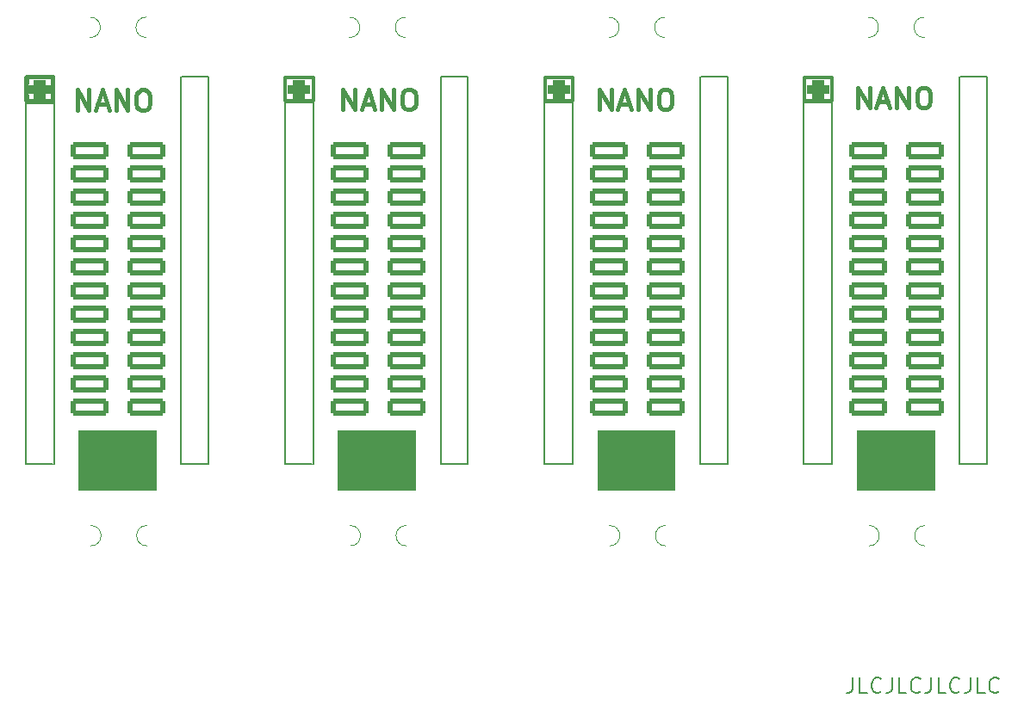
<source format=gto>
G04 #@! TF.GenerationSoftware,KiCad,Pcbnew,6.0.1-79c1e3a40b~116~ubuntu20.04.1*
G04 #@! TF.CreationDate,2022-01-18T16:27:04+01:00*
G04 #@! TF.ProjectId,4xArduino_GPIB_Adapter,34784172-6475-4696-9e6f-5f475049425f,rev?*
G04 #@! TF.SameCoordinates,Original*
G04 #@! TF.FileFunction,Legend,Top*
G04 #@! TF.FilePolarity,Positive*
%FSLAX46Y46*%
G04 Gerber Fmt 4.6, Leading zero omitted, Abs format (unit mm)*
G04 Created by KiCad (PCBNEW 6.0.1-79c1e3a40b~116~ubuntu20.04.1) date 2022-01-18 16:27:04*
%MOMM*%
%LPD*%
G01*
G04 APERTURE LIST*
G04 Aperture macros list*
%AMRoundRect*
0 Rectangle with rounded corners*
0 $1 Rounding radius*
0 $2 $3 $4 $5 $6 $7 $8 $9 X,Y pos of 4 corners*
0 Add a 4 corners polygon primitive as box body*
4,1,4,$2,$3,$4,$5,$6,$7,$8,$9,$2,$3,0*
0 Add four circle primitives for the rounded corners*
1,1,$1+$1,$2,$3*
1,1,$1+$1,$4,$5*
1,1,$1+$1,$6,$7*
1,1,$1+$1,$8,$9*
0 Add four rect primitives between the rounded corners*
20,1,$1+$1,$2,$3,$4,$5,0*
20,1,$1+$1,$4,$5,$6,$7,0*
20,1,$1+$1,$6,$7,$8,$9,0*
20,1,$1+$1,$8,$9,$2,$3,0*%
G04 Aperture macros list end*
%ADD10C,0.400000*%
%ADD11C,0.200000*%
%ADD12C,0.120000*%
%ADD13C,0.300000*%
%ADD14C,0.100000*%
%ADD15RoundRect,0.476000X-0.625000X-0.425000X0.625000X-0.425000X0.625000X0.425000X-0.625000X0.425000X0*%
%ADD16O,2.202000X1.802000*%
%ADD17RoundRect,0.251000X-1.600000X0.600000X-1.600000X-0.600000X1.600000X-0.600000X1.600000X0.600000X0*%
%ADD18C,0.602000*%
G04 APERTURE END LIST*
D10*
X98175001Y-75565001D02*
X100700000Y-75565001D01*
X100700000Y-75565001D02*
X100700000Y-78020000D01*
X100700000Y-78020000D02*
X98175001Y-78020000D01*
X98175001Y-78020000D02*
X98175001Y-75565001D01*
X103126190Y-78854761D02*
X103126190Y-76854761D01*
X104269047Y-78854761D01*
X104269047Y-76854761D01*
X105126190Y-78283333D02*
X106078571Y-78283333D01*
X104935714Y-78854761D02*
X105602380Y-76854761D01*
X106269047Y-78854761D01*
X106935714Y-78854761D02*
X106935714Y-76854761D01*
X108078571Y-78854761D01*
X108078571Y-76854761D01*
X109411904Y-76854761D02*
X109792857Y-76854761D01*
X109983333Y-76950000D01*
X110173809Y-77140476D01*
X110269047Y-77521428D01*
X110269047Y-78188095D01*
X110173809Y-78569047D01*
X109983333Y-78759523D01*
X109792857Y-78854761D01*
X109411904Y-78854761D01*
X109221428Y-78759523D01*
X109030952Y-78569047D01*
X108935714Y-78188095D01*
X108935714Y-77521428D01*
X109030952Y-77140476D01*
X109221428Y-76950000D01*
X109411904Y-76854761D01*
D11*
X179371428Y-134678571D02*
X179371428Y-135750000D01*
X179300000Y-135964285D01*
X179157142Y-136107142D01*
X178942857Y-136178571D01*
X178800000Y-136178571D01*
X180800000Y-136178571D02*
X180085714Y-136178571D01*
X180085714Y-134678571D01*
X182157142Y-136035714D02*
X182085714Y-136107142D01*
X181871428Y-136178571D01*
X181728571Y-136178571D01*
X181514285Y-136107142D01*
X181371428Y-135964285D01*
X181300000Y-135821428D01*
X181228571Y-135535714D01*
X181228571Y-135321428D01*
X181300000Y-135035714D01*
X181371428Y-134892857D01*
X181514285Y-134750000D01*
X181728571Y-134678571D01*
X181871428Y-134678571D01*
X182085714Y-134750000D01*
X182157142Y-134821428D01*
X183228571Y-134678571D02*
X183228571Y-135750000D01*
X183157142Y-135964285D01*
X183014285Y-136107142D01*
X182800000Y-136178571D01*
X182657142Y-136178571D01*
X184657142Y-136178571D02*
X183942857Y-136178571D01*
X183942857Y-134678571D01*
X186014285Y-136035714D02*
X185942857Y-136107142D01*
X185728571Y-136178571D01*
X185585714Y-136178571D01*
X185371428Y-136107142D01*
X185228571Y-135964285D01*
X185157142Y-135821428D01*
X185085714Y-135535714D01*
X185085714Y-135321428D01*
X185157142Y-135035714D01*
X185228571Y-134892857D01*
X185371428Y-134750000D01*
X185585714Y-134678571D01*
X185728571Y-134678571D01*
X185942857Y-134750000D01*
X186014285Y-134821428D01*
X187085714Y-134678571D02*
X187085714Y-135750000D01*
X187014285Y-135964285D01*
X186871428Y-136107142D01*
X186657142Y-136178571D01*
X186514285Y-136178571D01*
X188514285Y-136178571D02*
X187800000Y-136178571D01*
X187800000Y-134678571D01*
X189871428Y-136035714D02*
X189800000Y-136107142D01*
X189585714Y-136178571D01*
X189442857Y-136178571D01*
X189228571Y-136107142D01*
X189085714Y-135964285D01*
X189014285Y-135821428D01*
X188942857Y-135535714D01*
X188942857Y-135321428D01*
X189014285Y-135035714D01*
X189085714Y-134892857D01*
X189228571Y-134750000D01*
X189442857Y-134678571D01*
X189585714Y-134678571D01*
X189800000Y-134750000D01*
X189871428Y-134821428D01*
X190942857Y-134678571D02*
X190942857Y-135750000D01*
X190871428Y-135964285D01*
X190728571Y-136107142D01*
X190514285Y-136178571D01*
X190371428Y-136178571D01*
X192371428Y-136178571D02*
X191657142Y-136178571D01*
X191657142Y-134678571D01*
X193728571Y-136035714D02*
X193657142Y-136107142D01*
X193442857Y-136178571D01*
X193300000Y-136178571D01*
X193085714Y-136107142D01*
X192942857Y-135964285D01*
X192871428Y-135821428D01*
X192800000Y-135535714D01*
X192800000Y-135321428D01*
X192871428Y-135035714D01*
X192942857Y-134892857D01*
X193085714Y-134750000D01*
X193300000Y-134678571D01*
X193442857Y-134678571D01*
X193657142Y-134750000D01*
X193728571Y-134821428D01*
D10*
X179876190Y-78604761D02*
X179876190Y-76604761D01*
X181019047Y-78604761D01*
X181019047Y-76604761D01*
X181876190Y-78033333D02*
X182828571Y-78033333D01*
X181685714Y-78604761D02*
X182352380Y-76604761D01*
X183019047Y-78604761D01*
X183685714Y-78604761D02*
X183685714Y-76604761D01*
X184828571Y-78604761D01*
X184828571Y-76604761D01*
X186161904Y-76604761D02*
X186542857Y-76604761D01*
X186733333Y-76700000D01*
X186923809Y-76890476D01*
X187019047Y-77271428D01*
X187019047Y-77938095D01*
X186923809Y-78319047D01*
X186733333Y-78509523D01*
X186542857Y-78604761D01*
X186161904Y-78604761D01*
X185971428Y-78509523D01*
X185780952Y-78319047D01*
X185685714Y-77938095D01*
X185685714Y-77271428D01*
X185780952Y-76890476D01*
X185971428Y-76700000D01*
X186161904Y-76604761D01*
X129276190Y-78804761D02*
X129276190Y-76804761D01*
X130419047Y-78804761D01*
X130419047Y-76804761D01*
X131276190Y-78233333D02*
X132228571Y-78233333D01*
X131085714Y-78804761D02*
X131752380Y-76804761D01*
X132419047Y-78804761D01*
X133085714Y-78804761D02*
X133085714Y-76804761D01*
X134228571Y-78804761D01*
X134228571Y-76804761D01*
X135561904Y-76804761D02*
X135942857Y-76804761D01*
X136133333Y-76900000D01*
X136323809Y-77090476D01*
X136419047Y-77471428D01*
X136419047Y-78138095D01*
X136323809Y-78519047D01*
X136133333Y-78709523D01*
X135942857Y-78804761D01*
X135561904Y-78804761D01*
X135371428Y-78709523D01*
X135180952Y-78519047D01*
X135085714Y-78138095D01*
X135085714Y-77471428D01*
X135180952Y-77090476D01*
X135371428Y-76900000D01*
X135561904Y-76804761D01*
X154476190Y-78804761D02*
X154476190Y-76804761D01*
X155619047Y-78804761D01*
X155619047Y-76804761D01*
X156476190Y-78233333D02*
X157428571Y-78233333D01*
X156285714Y-78804761D02*
X156952380Y-76804761D01*
X157619047Y-78804761D01*
X158285714Y-78804761D02*
X158285714Y-76804761D01*
X159428571Y-78804761D01*
X159428571Y-76804761D01*
X160761904Y-76804761D02*
X161142857Y-76804761D01*
X161333333Y-76900000D01*
X161523809Y-77090476D01*
X161619047Y-77471428D01*
X161619047Y-78138095D01*
X161523809Y-78519047D01*
X161333333Y-78709523D01*
X161142857Y-78804761D01*
X160761904Y-78804761D01*
X160571428Y-78709523D01*
X160380952Y-78519047D01*
X160285714Y-78138095D01*
X160285714Y-77471428D01*
X160380952Y-77090476D01*
X160571428Y-76900000D01*
X160761904Y-76804761D01*
D12*
X100725001Y-78055001D02*
X98055001Y-78055001D01*
D11*
X100855001Y-78055001D02*
X100855001Y-113615001D01*
X113355001Y-75515001D02*
X113355001Y-113615001D01*
X113425001Y-75515001D02*
X116055001Y-75515001D01*
X100725001Y-113615001D02*
X98045001Y-113615001D01*
X113425001Y-113615001D02*
X116055001Y-113615001D01*
X116055001Y-75515001D02*
X116055001Y-113615001D01*
X98055001Y-77945001D02*
X98045001Y-113615001D01*
D12*
X103265001Y-110375001D02*
X110875001Y-110375001D01*
X110875001Y-110375001D02*
X110875001Y-116185001D01*
X110875001Y-116185001D02*
X103265001Y-116185001D01*
X103265001Y-116185001D02*
X103265001Y-110375001D01*
G36*
X103265001Y-110375001D02*
G01*
X110875001Y-110375001D01*
X110875001Y-116185001D01*
X103265001Y-116185001D01*
X103265001Y-110375001D01*
G37*
D13*
X98105001Y-75625001D02*
X100835001Y-75625001D01*
X100835001Y-75625001D02*
X100835001Y-77945001D01*
X100835001Y-77945001D02*
X98105001Y-77945001D01*
X98105001Y-77945001D02*
X98105001Y-75625001D01*
D14*
X155410000Y-71700000D02*
G75*
G03*
X155410000Y-69700000I0J1000000D01*
G01*
X160910000Y-69700000D02*
G75*
G03*
X160910000Y-71700000I0J-1000000D01*
G01*
X186410000Y-69700000D02*
G75*
G03*
X186410000Y-71700000I0J-1000000D01*
G01*
X180910000Y-71700000D02*
G75*
G03*
X180910000Y-69700000I0J1000000D01*
G01*
D12*
X151725001Y-78055001D02*
X149055001Y-78055001D01*
D11*
X149055001Y-77945001D02*
X149045001Y-113615001D01*
X151725001Y-113615001D02*
X149045001Y-113615001D01*
X164425001Y-113615001D02*
X167055001Y-113615001D01*
X167055001Y-75515001D02*
X167055001Y-113615001D01*
X164425001Y-75515001D02*
X167055001Y-75515001D01*
X151855001Y-78055001D02*
X151855001Y-113615001D01*
X164355001Y-75515001D02*
X164355001Y-113615001D01*
D13*
X149105001Y-75625001D02*
X151835001Y-75625001D01*
X151835001Y-75625001D02*
X151835001Y-77945001D01*
X151835001Y-77945001D02*
X149105001Y-77945001D01*
X149105001Y-77945001D02*
X149105001Y-75625001D01*
D12*
X154265001Y-110375001D02*
X161875001Y-110375001D01*
X161875001Y-110375001D02*
X161875001Y-116185001D01*
X161875001Y-116185001D02*
X154265001Y-116185001D01*
X154265001Y-116185001D02*
X154265001Y-110375001D01*
G36*
X154265001Y-110375001D02*
G01*
X161875001Y-110375001D01*
X161875001Y-116185001D01*
X154265001Y-116185001D01*
X154265001Y-110375001D01*
G37*
D14*
X160980000Y-119700000D02*
G75*
G03*
X160980000Y-121700000I0J-1000000D01*
G01*
X155480000Y-121700000D02*
G75*
G03*
X155480000Y-119700000I0J1000000D01*
G01*
X104410000Y-71700000D02*
G75*
G03*
X104410000Y-69700000I0J1000000D01*
G01*
X109910000Y-69700000D02*
G75*
G03*
X109910000Y-71700000I0J-1000000D01*
G01*
X186480000Y-119700000D02*
G75*
G03*
X186480000Y-121700000I0J-1000000D01*
G01*
X180980000Y-121700000D02*
G75*
G03*
X180980000Y-119700000I0J1000000D01*
G01*
X109980000Y-119700000D02*
G75*
G03*
X109980000Y-121700000I0J-1000000D01*
G01*
X104480000Y-121700000D02*
G75*
G03*
X104480000Y-119700000I0J1000000D01*
G01*
X129980000Y-121700000D02*
G75*
G03*
X129980000Y-119700000I0J1000000D01*
G01*
X135480000Y-119700000D02*
G75*
G03*
X135480000Y-121700000I0J-1000000D01*
G01*
D11*
X126355001Y-78055001D02*
X126355001Y-113615001D01*
X126225001Y-113615001D02*
X123545001Y-113615001D01*
X138925001Y-75515001D02*
X141555001Y-75515001D01*
X141555001Y-75515001D02*
X141555001Y-113615001D01*
X123555001Y-77945001D02*
X123545001Y-113615001D01*
X138925001Y-113615001D02*
X141555001Y-113615001D01*
X138855001Y-75515001D02*
X138855001Y-113615001D01*
D12*
X126225001Y-78055001D02*
X123555001Y-78055001D01*
D13*
X123605001Y-75625001D02*
X126335001Y-75625001D01*
X126335001Y-75625001D02*
X126335001Y-77945001D01*
X126335001Y-77945001D02*
X123605001Y-77945001D01*
X123605001Y-77945001D02*
X123605001Y-75625001D01*
D12*
X128765001Y-110375001D02*
X136375001Y-110375001D01*
X136375001Y-110375001D02*
X136375001Y-116185001D01*
X136375001Y-116185001D02*
X128765001Y-116185001D01*
X128765001Y-116185001D02*
X128765001Y-110375001D01*
G36*
X128765001Y-110375001D02*
G01*
X136375001Y-110375001D01*
X136375001Y-116185001D01*
X128765001Y-116185001D01*
X128765001Y-110375001D01*
G37*
X177225001Y-78055001D02*
X174555001Y-78055001D01*
D11*
X189925001Y-113615001D02*
X192555001Y-113615001D01*
X192555001Y-75515001D02*
X192555001Y-113615001D01*
X177225001Y-113615001D02*
X174545001Y-113615001D01*
X189925001Y-75515001D02*
X192555001Y-75515001D01*
X189855001Y-75515001D02*
X189855001Y-113615001D01*
X177355001Y-78055001D02*
X177355001Y-113615001D01*
X174555001Y-77945001D02*
X174545001Y-113615001D01*
D12*
X179765001Y-110375001D02*
X187375001Y-110375001D01*
X187375001Y-110375001D02*
X187375001Y-116185001D01*
X187375001Y-116185001D02*
X179765001Y-116185001D01*
X179765001Y-116185001D02*
X179765001Y-110375001D01*
G36*
X179765001Y-110375001D02*
G01*
X187375001Y-110375001D01*
X187375001Y-116185001D01*
X179765001Y-116185001D01*
X179765001Y-110375001D01*
G37*
D13*
X174605001Y-75625001D02*
X177335001Y-75625001D01*
X177335001Y-75625001D02*
X177335001Y-77945001D01*
X177335001Y-77945001D02*
X174605001Y-77945001D01*
X174605001Y-77945001D02*
X174605001Y-75625001D01*
D14*
X129910000Y-71700000D02*
G75*
G03*
X129910000Y-69700000I0J1000000D01*
G01*
X135410000Y-69700000D02*
G75*
G03*
X135410000Y-71700000I0J-1000000D01*
G01*
%LPC*%
D15*
X99455001Y-76785001D03*
D16*
X99455001Y-79325001D03*
X99455001Y-81865001D03*
X99455001Y-84405001D03*
X99455001Y-86945001D03*
X99455001Y-89485001D03*
X99455001Y-92025001D03*
X99455001Y-94565001D03*
X99455001Y-97105001D03*
X99455001Y-99645001D03*
X99455001Y-102185001D03*
X99455001Y-104725001D03*
X99455001Y-107265001D03*
X99455001Y-109805001D03*
X99455001Y-112345001D03*
X114695001Y-112345001D03*
X114695001Y-109805001D03*
X114695001Y-107265001D03*
X114695001Y-104725001D03*
X114695001Y-102185001D03*
X114695001Y-99645001D03*
X114695001Y-97105001D03*
X114695001Y-94565001D03*
X114695001Y-92025001D03*
X114695001Y-89485001D03*
X114695001Y-86945001D03*
X114695001Y-84405001D03*
X114695001Y-81865001D03*
X114695001Y-79325001D03*
X114695001Y-76785001D03*
D17*
X109970000Y-108090000D03*
X109970000Y-105790000D03*
X109970000Y-103490000D03*
X109970000Y-101190000D03*
X109970000Y-98890000D03*
X109970000Y-96590000D03*
X109970000Y-94290000D03*
X109970000Y-91990000D03*
X109970000Y-89690000D03*
X109970000Y-87390000D03*
X109970000Y-85090000D03*
X109970000Y-82790000D03*
X104390000Y-108090000D03*
X104390000Y-105790900D03*
X104390000Y-103491810D03*
X104390000Y-101192720D03*
X104390000Y-98893630D03*
X104390000Y-96594540D03*
X104390000Y-94295450D03*
X104390000Y-91996360D03*
X104390000Y-89697270D03*
X104390000Y-87398180D03*
X104390000Y-85099090D03*
X104390000Y-82800000D03*
D18*
X156660000Y-71450000D03*
X158160000Y-71450000D03*
X159660000Y-71450000D03*
X158910000Y-71450000D03*
X157410000Y-71450000D03*
X185160000Y-71450000D03*
X182160000Y-71450000D03*
X183660000Y-71450000D03*
X184410000Y-71450000D03*
X182910000Y-71450000D03*
D15*
X150455001Y-76785001D03*
D16*
X150455001Y-79325001D03*
X150455001Y-81865001D03*
X150455001Y-84405001D03*
X150455001Y-86945001D03*
X150455001Y-89485001D03*
X150455001Y-92025001D03*
X150455001Y-94565001D03*
X150455001Y-97105001D03*
X150455001Y-99645001D03*
X150455001Y-102185001D03*
X150455001Y-104725001D03*
X150455001Y-107265001D03*
X150455001Y-109805001D03*
X150455001Y-112345001D03*
X165695001Y-112345001D03*
X165695001Y-109805001D03*
X165695001Y-107265001D03*
X165695001Y-104725001D03*
X165695001Y-102185001D03*
X165695001Y-99645001D03*
X165695001Y-97105001D03*
X165695001Y-94565001D03*
X165695001Y-92025001D03*
X165695001Y-89485001D03*
X165695001Y-86945001D03*
X165695001Y-84405001D03*
X165695001Y-81865001D03*
X165695001Y-79325001D03*
X165695001Y-76785001D03*
D17*
X135470000Y-108090000D03*
X135470000Y-105790000D03*
X135470000Y-103490000D03*
X135470000Y-101190000D03*
X135470000Y-98890000D03*
X135470000Y-96590000D03*
X135470000Y-94290000D03*
X135470000Y-91990000D03*
X135470000Y-89690000D03*
X135470000Y-87390000D03*
X135470000Y-85090000D03*
X135470000Y-82790000D03*
X129890000Y-108090000D03*
X129890000Y-105790900D03*
X129890000Y-103491810D03*
X129890000Y-101192720D03*
X129890000Y-98893630D03*
X129890000Y-96594540D03*
X129890000Y-94295450D03*
X129890000Y-91996360D03*
X129890000Y-89697270D03*
X129890000Y-87398180D03*
X129890000Y-85099090D03*
X129890000Y-82800000D03*
D18*
X159730000Y-119950000D03*
X156730000Y-119950000D03*
X157480000Y-119950000D03*
X158980000Y-119950000D03*
X158230000Y-119950000D03*
X107910000Y-71450000D03*
X107160000Y-71450000D03*
X108660000Y-71450000D03*
X106410000Y-71450000D03*
X105660000Y-71450000D03*
X183730000Y-119950000D03*
X184480000Y-119950000D03*
X182230000Y-119950000D03*
X182980000Y-119950000D03*
X185230000Y-119950000D03*
X107980000Y-119950000D03*
X106480000Y-119950000D03*
X108730000Y-119950000D03*
X105730000Y-119950000D03*
X107230000Y-119950000D03*
X131980000Y-119950000D03*
X134230000Y-119950000D03*
X131230000Y-119950000D03*
X132730000Y-119950000D03*
X133480000Y-119950000D03*
D17*
X186470000Y-108090000D03*
X186470000Y-105790000D03*
X186470000Y-103490000D03*
X186470000Y-101190000D03*
X186470000Y-98890000D03*
X186470000Y-96590000D03*
X186470000Y-94290000D03*
X186470000Y-91990000D03*
X186470000Y-89690000D03*
X186470000Y-87390000D03*
X186470000Y-85090000D03*
X186470000Y-82790000D03*
X180890000Y-108090000D03*
X180890000Y-105790900D03*
X180890000Y-103491810D03*
X180890000Y-101192720D03*
X180890000Y-98893630D03*
X180890000Y-96594540D03*
X180890000Y-94295450D03*
X180890000Y-91996360D03*
X180890000Y-89697270D03*
X180890000Y-87398180D03*
X180890000Y-85099090D03*
X180890000Y-82800000D03*
D15*
X124955001Y-76785001D03*
D16*
X124955001Y-79325001D03*
X124955001Y-81865001D03*
X124955001Y-84405001D03*
X124955001Y-86945001D03*
X124955001Y-89485001D03*
X124955001Y-92025001D03*
X124955001Y-94565001D03*
X124955001Y-97105001D03*
X124955001Y-99645001D03*
X124955001Y-102185001D03*
X124955001Y-104725001D03*
X124955001Y-107265001D03*
X124955001Y-109805001D03*
X124955001Y-112345001D03*
X140195001Y-112345001D03*
X140195001Y-109805001D03*
X140195001Y-107265001D03*
X140195001Y-104725001D03*
X140195001Y-102185001D03*
X140195001Y-99645001D03*
X140195001Y-97105001D03*
X140195001Y-94565001D03*
X140195001Y-92025001D03*
X140195001Y-89485001D03*
X140195001Y-86945001D03*
X140195001Y-84405001D03*
X140195001Y-81865001D03*
X140195001Y-79325001D03*
X140195001Y-76785001D03*
D17*
X160970000Y-108090000D03*
X160970000Y-105790000D03*
X160970000Y-103490000D03*
X160970000Y-101190000D03*
X160970000Y-98890000D03*
X160970000Y-96590000D03*
X160970000Y-94290000D03*
X160970000Y-91990000D03*
X160970000Y-89690000D03*
X160970000Y-87390000D03*
X160970000Y-85090000D03*
X160970000Y-82790000D03*
X155390000Y-108090000D03*
X155390000Y-105790900D03*
X155390000Y-103491810D03*
X155390000Y-101192720D03*
X155390000Y-98893630D03*
X155390000Y-96594540D03*
X155390000Y-94295450D03*
X155390000Y-91996360D03*
X155390000Y-89697270D03*
X155390000Y-87398180D03*
X155390000Y-85099090D03*
X155390000Y-82800000D03*
D15*
X175955001Y-76785001D03*
D16*
X175955001Y-79325001D03*
X175955001Y-81865001D03*
X175955001Y-84405001D03*
X175955001Y-86945001D03*
X175955001Y-89485001D03*
X175955001Y-92025001D03*
X175955001Y-94565001D03*
X175955001Y-97105001D03*
X175955001Y-99645001D03*
X175955001Y-102185001D03*
X175955001Y-104725001D03*
X175955001Y-107265001D03*
X175955001Y-109805001D03*
X175955001Y-112345001D03*
X191195001Y-112345001D03*
X191195001Y-109805001D03*
X191195001Y-107265001D03*
X191195001Y-104725001D03*
X191195001Y-102185001D03*
X191195001Y-99645001D03*
X191195001Y-97105001D03*
X191195001Y-94565001D03*
X191195001Y-92025001D03*
X191195001Y-89485001D03*
X191195001Y-86945001D03*
X191195001Y-84405001D03*
X191195001Y-81865001D03*
X191195001Y-79325001D03*
X191195001Y-76785001D03*
D18*
X132660000Y-71450000D03*
X131160000Y-71450000D03*
X133410000Y-71450000D03*
X131910000Y-71450000D03*
X134160000Y-71450000D03*
M02*

</source>
